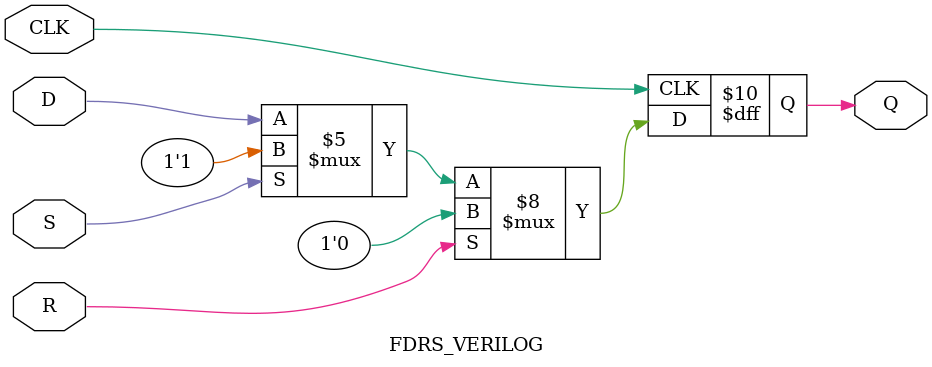
<source format=v>
module FDRS_VERILOG(CLK, R, S, D, Q);

    input  CLK;
    input  R;
    input  S;
    input  D;
    output Q;

    reg    Q;

    always @(posedge CLK) begin
        if (R == 1'b1) begin
            Q <= 1'b0;
        end
        else if (S == 1'b1) begin
            Q <= 1'b1;
        end
        else begin
            Q <= D;
        end
    end

endmodule

</source>
